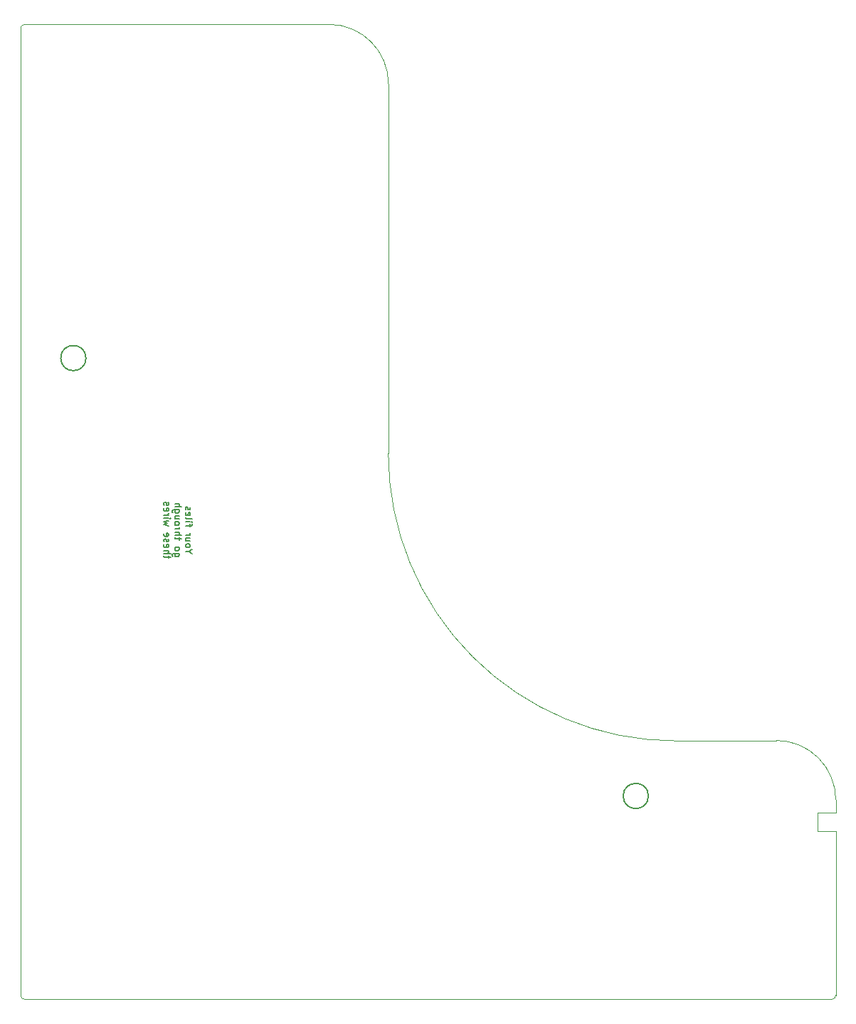
<source format=gbr>
G04 #@! TF.GenerationSoftware,KiCad,Pcbnew,(6.0.0)*
G04 #@! TF.CreationDate,2023-04-15T12:26:28+10:00*
G04 #@! TF.ProjectId,OpenFlops,4f70656e-466c-46f7-9073-2e6b69636164,1*
G04 #@! TF.SameCoordinates,Original*
G04 #@! TF.FileFunction,Legend,Bot*
G04 #@! TF.FilePolarity,Positive*
%FSLAX46Y46*%
G04 Gerber Fmt 4.6, Leading zero omitted, Abs format (unit mm)*
G04 Created by KiCad (PCBNEW (6.0.0)) date 2023-04-15 12:26:28*
%MOMM*%
%LPD*%
G01*
G04 APERTURE LIST*
G04 #@! TA.AperFunction,Profile*
%ADD10C,0.050000*%
G04 #@! TD*
G04 #@! TA.AperFunction,Profile*
%ADD11C,0.200000*%
G04 #@! TD*
%ADD12C,0.150000*%
G04 APERTURE END LIST*
D10*
X207450002Y-129425000D02*
X205275002Y-129425000D01*
X206973979Y-151605672D02*
G75*
G03*
X207448978Y-151129327I-674J475673D01*
G01*
D11*
X118225005Y-75300000D02*
G75*
G03*
X118225005Y-75300000I-1500005J0D01*
G01*
D10*
X154221823Y-42670673D02*
X154200002Y-86645673D01*
X188400001Y-120845674D02*
X200371621Y-120795672D01*
X207450000Y-131600000D02*
X205275000Y-131600000D01*
X110448671Y-151130873D02*
G75*
G03*
X110925018Y-151605876I475675J672D01*
G01*
X207446620Y-127870673D02*
X207450002Y-129425000D01*
X110923432Y-35605876D02*
X147146823Y-35595673D01*
X110923432Y-35605876D02*
G75*
G03*
X110448432Y-36082225I678J-475678D01*
G01*
X205275002Y-129425000D02*
X205275000Y-131600000D01*
X154200002Y-86645673D02*
G75*
G03*
X188400001Y-120845674I34199996J-5D01*
G01*
X207446620Y-127870673D02*
G75*
G03*
X200371621Y-120795672I-7074998J3D01*
G01*
X154221823Y-42670673D02*
G75*
G03*
X147146823Y-35595673I-7075002J-2D01*
G01*
X207448978Y-151129327D02*
X207450000Y-131600000D01*
X110448671Y-151130873D02*
X110448432Y-36082225D01*
X206973979Y-151605672D02*
X110925018Y-151605876D01*
D11*
X185150005Y-127400000D02*
G75*
G03*
X185150005Y-127400000I-1500005J0D01*
G01*
D12*
X130457047Y-98321428D02*
X130076095Y-98321428D01*
X130876095Y-98588095D02*
X130457047Y-98321428D01*
X130876095Y-98054761D01*
X130076095Y-97673809D02*
X130114190Y-97750000D01*
X130152285Y-97788095D01*
X130228476Y-97826190D01*
X130457047Y-97826190D01*
X130533238Y-97788095D01*
X130571333Y-97750000D01*
X130609428Y-97673809D01*
X130609428Y-97559523D01*
X130571333Y-97483333D01*
X130533238Y-97445238D01*
X130457047Y-97407142D01*
X130228476Y-97407142D01*
X130152285Y-97445238D01*
X130114190Y-97483333D01*
X130076095Y-97559523D01*
X130076095Y-97673809D01*
X130609428Y-96721428D02*
X130076095Y-96721428D01*
X130609428Y-97064285D02*
X130190380Y-97064285D01*
X130114190Y-97026190D01*
X130076095Y-96950000D01*
X130076095Y-96835714D01*
X130114190Y-96759523D01*
X130152285Y-96721428D01*
X130076095Y-96340476D02*
X130609428Y-96340476D01*
X130457047Y-96340476D02*
X130533238Y-96302380D01*
X130571333Y-96264285D01*
X130609428Y-96188095D01*
X130609428Y-96111904D01*
X130609428Y-95350000D02*
X130609428Y-95045238D01*
X130076095Y-95235714D02*
X130761809Y-95235714D01*
X130838000Y-95197619D01*
X130876095Y-95121428D01*
X130876095Y-95045238D01*
X130076095Y-94778571D02*
X130609428Y-94778571D01*
X130876095Y-94778571D02*
X130838000Y-94816666D01*
X130799904Y-94778571D01*
X130838000Y-94740476D01*
X130876095Y-94778571D01*
X130799904Y-94778571D01*
X130076095Y-94283333D02*
X130114190Y-94359523D01*
X130190380Y-94397619D01*
X130876095Y-94397619D01*
X130114190Y-93673809D02*
X130076095Y-93750000D01*
X130076095Y-93902380D01*
X130114190Y-93978571D01*
X130190380Y-94016666D01*
X130495142Y-94016666D01*
X130571333Y-93978571D01*
X130609428Y-93902380D01*
X130609428Y-93750000D01*
X130571333Y-93673809D01*
X130495142Y-93635714D01*
X130418952Y-93635714D01*
X130342761Y-94016666D01*
X130114190Y-93330952D02*
X130076095Y-93254761D01*
X130076095Y-93102380D01*
X130114190Y-93026190D01*
X130190380Y-92988095D01*
X130228476Y-92988095D01*
X130304666Y-93026190D01*
X130342761Y-93102380D01*
X130342761Y-93216666D01*
X130380857Y-93292857D01*
X130457047Y-93330952D01*
X130495142Y-93330952D01*
X130571333Y-93292857D01*
X130609428Y-93216666D01*
X130609428Y-93102380D01*
X130571333Y-93026190D01*
X129321428Y-98530952D02*
X128673809Y-98530952D01*
X128597619Y-98569047D01*
X128559523Y-98607142D01*
X128521428Y-98683333D01*
X128521428Y-98797619D01*
X128559523Y-98873809D01*
X128826190Y-98530952D02*
X128788095Y-98607142D01*
X128788095Y-98759523D01*
X128826190Y-98835714D01*
X128864285Y-98873809D01*
X128940476Y-98911904D01*
X129169047Y-98911904D01*
X129245238Y-98873809D01*
X129283333Y-98835714D01*
X129321428Y-98759523D01*
X129321428Y-98607142D01*
X129283333Y-98530952D01*
X128788095Y-98035714D02*
X128826190Y-98111904D01*
X128864285Y-98150000D01*
X128940476Y-98188095D01*
X129169047Y-98188095D01*
X129245238Y-98150000D01*
X129283333Y-98111904D01*
X129321428Y-98035714D01*
X129321428Y-97921428D01*
X129283333Y-97845238D01*
X129245238Y-97807142D01*
X129169047Y-97769047D01*
X128940476Y-97769047D01*
X128864285Y-97807142D01*
X128826190Y-97845238D01*
X128788095Y-97921428D01*
X128788095Y-98035714D01*
X129321428Y-96930952D02*
X129321428Y-96626190D01*
X129588095Y-96816666D02*
X128902380Y-96816666D01*
X128826190Y-96778571D01*
X128788095Y-96702380D01*
X128788095Y-96626190D01*
X128788095Y-96359523D02*
X129588095Y-96359523D01*
X128788095Y-96016666D02*
X129207142Y-96016666D01*
X129283333Y-96054761D01*
X129321428Y-96130952D01*
X129321428Y-96245238D01*
X129283333Y-96321428D01*
X129245238Y-96359523D01*
X128788095Y-95635714D02*
X129321428Y-95635714D01*
X129169047Y-95635714D02*
X129245238Y-95597619D01*
X129283333Y-95559523D01*
X129321428Y-95483333D01*
X129321428Y-95407142D01*
X128788095Y-95026190D02*
X128826190Y-95102380D01*
X128864285Y-95140476D01*
X128940476Y-95178571D01*
X129169047Y-95178571D01*
X129245238Y-95140476D01*
X129283333Y-95102380D01*
X129321428Y-95026190D01*
X129321428Y-94911904D01*
X129283333Y-94835714D01*
X129245238Y-94797619D01*
X129169047Y-94759523D01*
X128940476Y-94759523D01*
X128864285Y-94797619D01*
X128826190Y-94835714D01*
X128788095Y-94911904D01*
X128788095Y-95026190D01*
X129321428Y-94073809D02*
X128788095Y-94073809D01*
X129321428Y-94416666D02*
X128902380Y-94416666D01*
X128826190Y-94378571D01*
X128788095Y-94302380D01*
X128788095Y-94188095D01*
X128826190Y-94111904D01*
X128864285Y-94073809D01*
X129321428Y-93350000D02*
X128673809Y-93350000D01*
X128597619Y-93388095D01*
X128559523Y-93426190D01*
X128521428Y-93502380D01*
X128521428Y-93616666D01*
X128559523Y-93692857D01*
X128826190Y-93350000D02*
X128788095Y-93426190D01*
X128788095Y-93578571D01*
X128826190Y-93654761D01*
X128864285Y-93692857D01*
X128940476Y-93730952D01*
X129169047Y-93730952D01*
X129245238Y-93692857D01*
X129283333Y-93654761D01*
X129321428Y-93578571D01*
X129321428Y-93426190D01*
X129283333Y-93350000D01*
X128788095Y-92969047D02*
X129588095Y-92969047D01*
X128788095Y-92626190D02*
X129207142Y-92626190D01*
X129283333Y-92664285D01*
X129321428Y-92740476D01*
X129321428Y-92854761D01*
X129283333Y-92930952D01*
X129245238Y-92969047D01*
X128033428Y-99102380D02*
X128033428Y-98797619D01*
X128300095Y-98988095D02*
X127614380Y-98988095D01*
X127538190Y-98950000D01*
X127500095Y-98873809D01*
X127500095Y-98797619D01*
X127500095Y-98530952D02*
X128300095Y-98530952D01*
X127500095Y-98188095D02*
X127919142Y-98188095D01*
X127995333Y-98226190D01*
X128033428Y-98302380D01*
X128033428Y-98416666D01*
X127995333Y-98492857D01*
X127957238Y-98530952D01*
X127538190Y-97502380D02*
X127500095Y-97578571D01*
X127500095Y-97730952D01*
X127538190Y-97807142D01*
X127614380Y-97845238D01*
X127919142Y-97845238D01*
X127995333Y-97807142D01*
X128033428Y-97730952D01*
X128033428Y-97578571D01*
X127995333Y-97502380D01*
X127919142Y-97464285D01*
X127842952Y-97464285D01*
X127766761Y-97845238D01*
X127538190Y-97159523D02*
X127500095Y-97083333D01*
X127500095Y-96930952D01*
X127538190Y-96854761D01*
X127614380Y-96816666D01*
X127652476Y-96816666D01*
X127728666Y-96854761D01*
X127766761Y-96930952D01*
X127766761Y-97045238D01*
X127804857Y-97121428D01*
X127881047Y-97159523D01*
X127919142Y-97159523D01*
X127995333Y-97121428D01*
X128033428Y-97045238D01*
X128033428Y-96930952D01*
X127995333Y-96854761D01*
X127538190Y-96169047D02*
X127500095Y-96245238D01*
X127500095Y-96397619D01*
X127538190Y-96473809D01*
X127614380Y-96511904D01*
X127919142Y-96511904D01*
X127995333Y-96473809D01*
X128033428Y-96397619D01*
X128033428Y-96245238D01*
X127995333Y-96169047D01*
X127919142Y-96130952D01*
X127842952Y-96130952D01*
X127766761Y-96511904D01*
X128033428Y-95254761D02*
X127500095Y-95102380D01*
X127881047Y-94950000D01*
X127500095Y-94797619D01*
X128033428Y-94645238D01*
X127500095Y-94340476D02*
X128033428Y-94340476D01*
X128300095Y-94340476D02*
X128262000Y-94378571D01*
X128223904Y-94340476D01*
X128262000Y-94302380D01*
X128300095Y-94340476D01*
X128223904Y-94340476D01*
X127500095Y-93959523D02*
X128033428Y-93959523D01*
X127881047Y-93959523D02*
X127957238Y-93921428D01*
X127995333Y-93883333D01*
X128033428Y-93807142D01*
X128033428Y-93730952D01*
X127538190Y-93159523D02*
X127500095Y-93235714D01*
X127500095Y-93388095D01*
X127538190Y-93464285D01*
X127614380Y-93502380D01*
X127919142Y-93502380D01*
X127995333Y-93464285D01*
X128033428Y-93388095D01*
X128033428Y-93235714D01*
X127995333Y-93159523D01*
X127919142Y-93121428D01*
X127842952Y-93121428D01*
X127766761Y-93502380D01*
X127538190Y-92816666D02*
X127500095Y-92740476D01*
X127500095Y-92588095D01*
X127538190Y-92511904D01*
X127614380Y-92473809D01*
X127652476Y-92473809D01*
X127728666Y-92511904D01*
X127766761Y-92588095D01*
X127766761Y-92702380D01*
X127804857Y-92778571D01*
X127881047Y-92816666D01*
X127919142Y-92816666D01*
X127995333Y-92778571D01*
X128033428Y-92702380D01*
X128033428Y-92588095D01*
X127995333Y-92511904D01*
M02*

</source>
